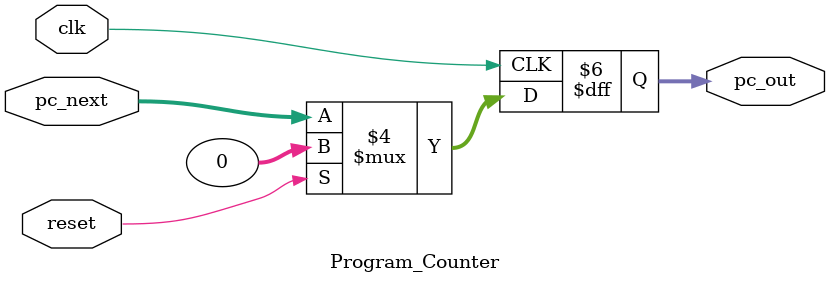
<source format=v>
module Program_Counter(clk,reset,pc_next,pc_out);
  input clk,reset;
  input [31:0] pc_next;
  output reg [31:0] pc_out;
  
  initial begin
    pc_out=32'b0;
  end
  
  always @(posedge clk) begin
    
    if(reset) begin
      pc_out<=32'b0;
    end
    else begin
    pc_out<=pc_next;
    end
  end
  
endmodule

//////////////////testbench////////////////////
/*
module tb_Program_Counter;

    // Inputs
    reg clk;
    reg reset;
    reg [31:0] pc_next;

    // Outputs
    wire [31:0] pc_out;

    // Instantiate the Unit Under Test (UUT)
    Program_Counter uut (
        .clk(clk),
        .reset(reset),
        .pc_next(pc_next),
        .pc_out(pc_out)
    );

    initial begin
        // Initialize Inputs
        clk = 0;
        reset = 0;
        pc_next = 32'b0;

        // Open dump file for waveform analysis
        $dumpfile("Program_Counter_tb.vcd");
        $dumpvars(0, tb_Program_Counter);

        // Test Case 1: Reset is active
        reset = 1;
        #10;
        $display("Time = %0t | Reset = %b | PC_Out = %h", $time, reset, pc_out);

        // Test Case 2: Normal operation
        reset = 0;
        pc_next = 32'h00000004;
        #10;
        $display("Time = %0t | Reset = %b | PC_Next = %h | PC_Out = %h", $time, reset, pc_next, pc_out);

        // Test Case 3: Increment PC
        pc_next = 32'h00000008;
        #10;
        $display("Time = %0t | Reset = %b | PC_Next = %h | PC_Out = %h", $time, reset, pc_next, pc_out);

        // Test Case 4: Reset during operation
        reset = 1;
        #10;
        $display("Time = %0t | Reset = %b | PC_Out = %h", $time, reset, pc_out);

        $finish;
    end

    // Clock generator
    always begin
        #5 clk = ~clk;
    end

endmodule

*/
</source>
